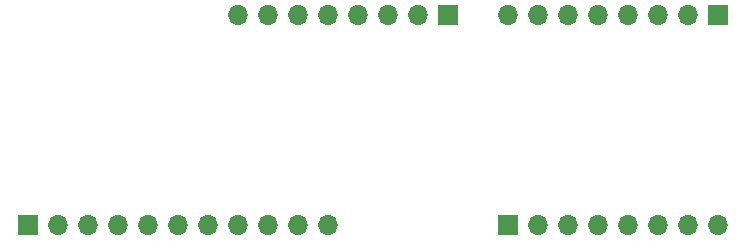
<source format=gbr>
%TF.GenerationSoftware,KiCad,Pcbnew,(5.1.10-1-10_14)*%
%TF.CreationDate,2021-12-11T09:19:19-05:00*%
%TF.ProjectId,control-unit,636f6e74-726f-46c2-9d75-6e69742e6b69,rev?*%
%TF.SameCoordinates,Original*%
%TF.FileFunction,Soldermask,Bot*%
%TF.FilePolarity,Negative*%
%FSLAX46Y46*%
G04 Gerber Fmt 4.6, Leading zero omitted, Abs format (unit mm)*
G04 Created by KiCad (PCBNEW (5.1.10-1-10_14)) date 2021-12-11 09:19:19*
%MOMM*%
%LPD*%
G01*
G04 APERTURE LIST*
%ADD10O,1.700000X1.700000*%
%ADD11R,1.700000X1.700000*%
G04 APERTURE END LIST*
D10*
%TO.C,J4*%
X169164000Y-79756000D03*
X171704000Y-79756000D03*
X174244000Y-79756000D03*
X176784000Y-79756000D03*
X179324000Y-79756000D03*
X181864000Y-79756000D03*
X184404000Y-79756000D03*
D11*
X186944000Y-79756000D03*
%TD*%
D10*
%TO.C,J3*%
X146304000Y-79756000D03*
X148844000Y-79756000D03*
X151384000Y-79756000D03*
X153924000Y-79756000D03*
X156464000Y-79756000D03*
X159004000Y-79756000D03*
X161544000Y-79756000D03*
D11*
X164084000Y-79756000D03*
%TD*%
D10*
%TO.C,J2*%
X153924000Y-97536000D03*
X151384000Y-97536000D03*
X148844000Y-97536000D03*
X146304000Y-97536000D03*
X143764000Y-97536000D03*
X141224000Y-97536000D03*
X138684000Y-97536000D03*
X136144000Y-97536000D03*
X133604000Y-97536000D03*
X131064000Y-97536000D03*
D11*
X128524000Y-97536000D03*
%TD*%
D10*
%TO.C,J1*%
X186944000Y-97536000D03*
X184404000Y-97536000D03*
X181864000Y-97536000D03*
X179324000Y-97536000D03*
X176784000Y-97536000D03*
X174244000Y-97536000D03*
X171704000Y-97536000D03*
D11*
X169164000Y-97536000D03*
%TD*%
M02*

</source>
